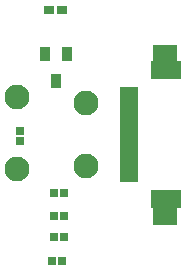
<source format=gbs>
G04 Layer: BottomSolderMaskLayer*
G04 EasyEDA v6.5.46, 2025-07-23 17:24:06*
G04 74a4e304ba1b453b8bde7bcb9ef7a0d0,7be8f16a26344db1bf46185b0a727cd7,10*
G04 Gerber Generator version 0.2*
G04 Scale: 100 percent, Rotated: No, Reflected: No *
G04 Dimensions in millimeters *
G04 leading zeros omitted , absolute positions ,4 integer and 5 decimal *
%FSLAX45Y45*%
%MOMM*%

%AMMACRO1*4,1,8,-1.0211,-1.0508,-1.0508,-1.021,-1.0508,1.0211,-1.0211,1.0508,1.021,1.0508,1.0508,1.0211,1.0508,-1.021,1.021,-1.0508,-1.0211,-1.0508,0*%
%AMMACRO2*4,1,8,-0.4211,-0.5508,-0.4508,-0.521,-0.4508,0.5211,-0.4211,0.5508,0.421,0.5508,0.4508,0.5211,0.4508,-0.521,0.421,-0.5508,-0.4211,-0.5508,0*%
%AMMACRO3*4,1,8,-0.4161,-0.3208,-0.4458,-0.291,-0.4458,0.2911,-0.4161,0.3208,0.4161,0.3208,0.4458,0.2911,0.4458,-0.291,0.4161,-0.3208,-0.4161,-0.3208,0*%
%AMMACRO4*4,1,8,-0.3039,-0.3208,-0.3336,-0.291,-0.3336,0.2911,-0.3039,0.3208,0.3038,0.3208,0.3336,0.2911,0.3336,-0.291,0.3038,-0.3208,-0.3039,-0.3208,0*%
%AMMACRO5*4,1,8,-0.2911,-0.3336,-0.3208,-0.3038,-0.3208,0.3039,-0.2911,0.3336,0.291,0.3336,0.3208,0.3039,0.3208,-0.3038,0.291,-0.3336,-0.2911,-0.3336,0*%
%AMMACRO6*4,1,8,-0.771,-0.2258,-0.8008,-0.196,-0.8008,0.1961,-0.771,0.2258,0.771,0.2258,0.8008,0.1961,0.8008,-0.196,0.771,-0.2258,-0.771,-0.2258,0*%
%AMMACRO7*4,1,8,-0.7711,-0.2258,-0.8008,-0.196,-0.8008,0.1961,-0.7711,0.2258,0.771,0.2258,0.8008,0.1961,0.8008,-0.196,0.771,-0.2258,-0.7711,-0.2258,0*%
%AMMACRO8*4,1,8,-1.2711,-0.8008,-1.3008,-0.771,-1.3008,0.7711,-1.2711,0.8008,1.271,0.8008,1.3008,0.7711,1.3008,-0.771,1.271,-0.8008,-1.2711,-0.8008,0*%
%ADD10C,2.1016*%
%ADD11MACRO1*%
%ADD12MACRO2*%
%ADD13MACRO3*%
%ADD14MACRO4*%
%ADD15MACRO5*%
%ADD16MACRO6*%
%ADD17MACRO7*%
%ADD18MACRO8*%

%LPD*%
D10*
G01*
X2578100Y6642100D03*
G01*
X2578100Y6108700D03*
G01*
X1993900Y6692900D03*
G01*
X1993900Y6083300D03*
D11*
G01*
X3251200Y5715000D03*
G01*
X3251200Y7035800D03*
D12*
G01*
X2419101Y7061901D03*
G01*
X2324105Y6831898D03*
G01*
X2229098Y7061898D03*
D13*
G01*
X2378605Y7429500D03*
G01*
X2269594Y7429500D03*
D14*
G01*
X2392782Y5880100D03*
G01*
X2306217Y5880100D03*
G01*
X2392782Y5689600D03*
G01*
X2306217Y5689600D03*
G01*
X2392782Y5511800D03*
G01*
X2306217Y5511800D03*
G01*
X2293517Y5308600D03*
G01*
X2380082Y5308600D03*
D15*
G01*
X2019300Y6405982D03*
G01*
X2019300Y6319417D03*
D16*
G01*
X2943793Y6000404D03*
D17*
G01*
X2943795Y6050404D03*
G01*
X2943795Y6100404D03*
G01*
X2943795Y6150404D03*
G01*
X2943795Y6200404D03*
G01*
X2943795Y6250404D03*
G01*
X2943795Y6300403D03*
G01*
X2943795Y6350403D03*
G01*
X2943795Y6400403D03*
G01*
X2943795Y6450403D03*
G01*
X2943795Y6500403D03*
G01*
X2943795Y6550403D03*
G01*
X2943795Y6600403D03*
G01*
X2943795Y6650403D03*
G01*
X2943795Y6700403D03*
G01*
X2943795Y6750403D03*
D18*
G01*
X3253797Y5830406D03*
G01*
X3253792Y6920401D03*
M02*

</source>
